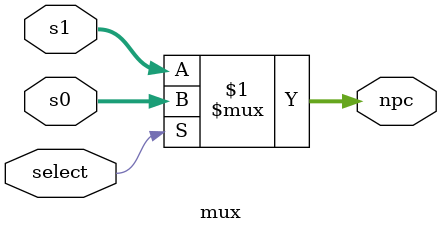
<source format=v>

`timescale 1ns / 1ps

module mux(
    input wire [31:0] s0, s1,
    input wire select,
    output wire [31:0] npc
    );

assign npc = select ? s0 : s1;

endmodule // mux

</source>
